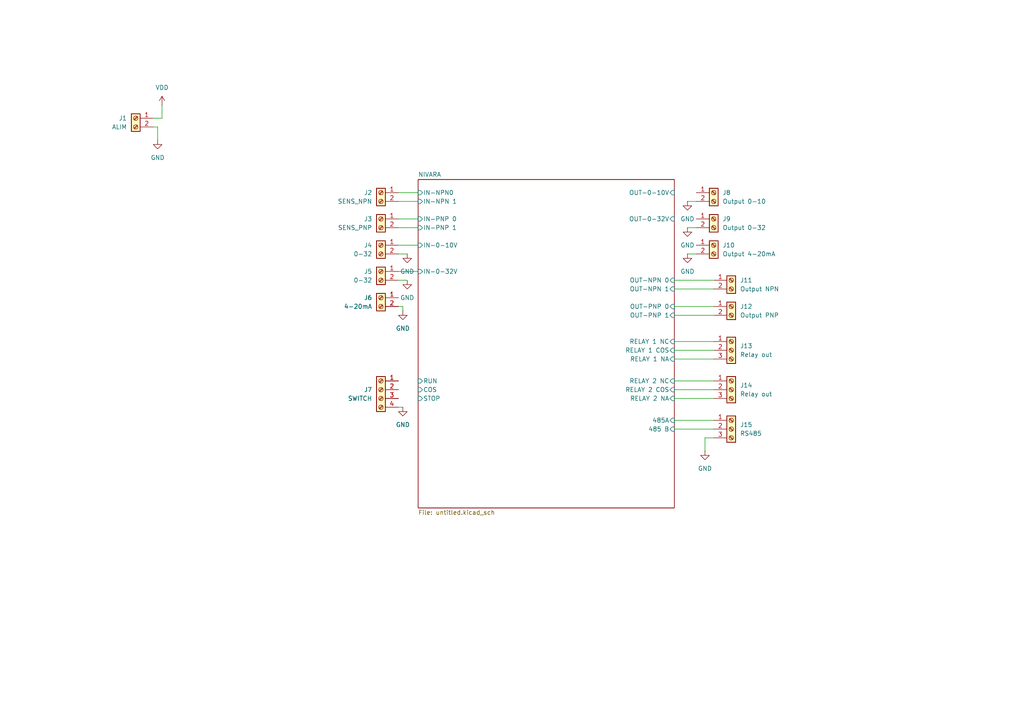
<source format=kicad_sch>
(kicad_sch
	(version 20250114)
	(generator "eeschema")
	(generator_version "9.0")
	(uuid "3316800a-fcca-41ca-9023-20b291ea5b86")
	(paper "A4")
	(lib_symbols
		(symbol "Connector:Screw_Terminal_01x02"
			(pin_names
				(offset 1.016)
				(hide yes)
			)
			(exclude_from_sim no)
			(in_bom yes)
			(on_board yes)
			(property "Reference" "J"
				(at 0 2.54 0)
				(effects
					(font
						(size 1.27 1.27)
					)
				)
			)
			(property "Value" "Screw_Terminal_01x02"
				(at 0 -5.08 0)
				(effects
					(font
						(size 1.27 1.27)
					)
				)
			)
			(property "Footprint" ""
				(at 0 0 0)
				(effects
					(font
						(size 1.27 1.27)
					)
					(hide yes)
				)
			)
			(property "Datasheet" "~"
				(at 0 0 0)
				(effects
					(font
						(size 1.27 1.27)
					)
					(hide yes)
				)
			)
			(property "Description" "Generic screw terminal, single row, 01x02, script generated (kicad-library-utils/schlib/autogen/connector/)"
				(at 0 0 0)
				(effects
					(font
						(size 1.27 1.27)
					)
					(hide yes)
				)
			)
			(property "ki_keywords" "screw terminal"
				(at 0 0 0)
				(effects
					(font
						(size 1.27 1.27)
					)
					(hide yes)
				)
			)
			(property "ki_fp_filters" "TerminalBlock*:*"
				(at 0 0 0)
				(effects
					(font
						(size 1.27 1.27)
					)
					(hide yes)
				)
			)
			(symbol "Screw_Terminal_01x02_1_1"
				(rectangle
					(start -1.27 1.27)
					(end 1.27 -3.81)
					(stroke
						(width 0.254)
						(type default)
					)
					(fill
						(type background)
					)
				)
				(polyline
					(pts
						(xy -0.5334 0.3302) (xy 0.3302 -0.508)
					)
					(stroke
						(width 0.1524)
						(type default)
					)
					(fill
						(type none)
					)
				)
				(polyline
					(pts
						(xy -0.5334 -2.2098) (xy 0.3302 -3.048)
					)
					(stroke
						(width 0.1524)
						(type default)
					)
					(fill
						(type none)
					)
				)
				(polyline
					(pts
						(xy -0.3556 0.508) (xy 0.508 -0.3302)
					)
					(stroke
						(width 0.1524)
						(type default)
					)
					(fill
						(type none)
					)
				)
				(polyline
					(pts
						(xy -0.3556 -2.032) (xy 0.508 -2.8702)
					)
					(stroke
						(width 0.1524)
						(type default)
					)
					(fill
						(type none)
					)
				)
				(circle
					(center 0 0)
					(radius 0.635)
					(stroke
						(width 0.1524)
						(type default)
					)
					(fill
						(type none)
					)
				)
				(circle
					(center 0 -2.54)
					(radius 0.635)
					(stroke
						(width 0.1524)
						(type default)
					)
					(fill
						(type none)
					)
				)
				(pin passive line
					(at -5.08 0 0)
					(length 3.81)
					(name "Pin_1"
						(effects
							(font
								(size 1.27 1.27)
							)
						)
					)
					(number "1"
						(effects
							(font
								(size 1.27 1.27)
							)
						)
					)
				)
				(pin passive line
					(at -5.08 -2.54 0)
					(length 3.81)
					(name "Pin_2"
						(effects
							(font
								(size 1.27 1.27)
							)
						)
					)
					(number "2"
						(effects
							(font
								(size 1.27 1.27)
							)
						)
					)
				)
			)
			(embedded_fonts no)
		)
		(symbol "Connector:Screw_Terminal_01x03"
			(pin_names
				(offset 1.016)
				(hide yes)
			)
			(exclude_from_sim no)
			(in_bom yes)
			(on_board yes)
			(property "Reference" "J"
				(at 0 5.08 0)
				(effects
					(font
						(size 1.27 1.27)
					)
				)
			)
			(property "Value" "Screw_Terminal_01x03"
				(at 0 -5.08 0)
				(effects
					(font
						(size 1.27 1.27)
					)
				)
			)
			(property "Footprint" ""
				(at 0 0 0)
				(effects
					(font
						(size 1.27 1.27)
					)
					(hide yes)
				)
			)
			(property "Datasheet" "~"
				(at 0 0 0)
				(effects
					(font
						(size 1.27 1.27)
					)
					(hide yes)
				)
			)
			(property "Description" "Generic screw terminal, single row, 01x03, script generated (kicad-library-utils/schlib/autogen/connector/)"
				(at 0 0 0)
				(effects
					(font
						(size 1.27 1.27)
					)
					(hide yes)
				)
			)
			(property "ki_keywords" "screw terminal"
				(at 0 0 0)
				(effects
					(font
						(size 1.27 1.27)
					)
					(hide yes)
				)
			)
			(property "ki_fp_filters" "TerminalBlock*:*"
				(at 0 0 0)
				(effects
					(font
						(size 1.27 1.27)
					)
					(hide yes)
				)
			)
			(symbol "Screw_Terminal_01x03_1_1"
				(rectangle
					(start -1.27 3.81)
					(end 1.27 -3.81)
					(stroke
						(width 0.254)
						(type default)
					)
					(fill
						(type background)
					)
				)
				(polyline
					(pts
						(xy -0.5334 2.8702) (xy 0.3302 2.032)
					)
					(stroke
						(width 0.1524)
						(type default)
					)
					(fill
						(type none)
					)
				)
				(polyline
					(pts
						(xy -0.5334 0.3302) (xy 0.3302 -0.508)
					)
					(stroke
						(width 0.1524)
						(type default)
					)
					(fill
						(type none)
					)
				)
				(polyline
					(pts
						(xy -0.5334 -2.2098) (xy 0.3302 -3.048)
					)
					(stroke
						(width 0.1524)
						(type default)
					)
					(fill
						(type none)
					)
				)
				(polyline
					(pts
						(xy -0.3556 3.048) (xy 0.508 2.2098)
					)
					(stroke
						(width 0.1524)
						(type default)
					)
					(fill
						(type none)
					)
				)
				(polyline
					(pts
						(xy -0.3556 0.508) (xy 0.508 -0.3302)
					)
					(stroke
						(width 0.1524)
						(type default)
					)
					(fill
						(type none)
					)
				)
				(polyline
					(pts
						(xy -0.3556 -2.032) (xy 0.508 -2.8702)
					)
					(stroke
						(width 0.1524)
						(type default)
					)
					(fill
						(type none)
					)
				)
				(circle
					(center 0 2.54)
					(radius 0.635)
					(stroke
						(width 0.1524)
						(type default)
					)
					(fill
						(type none)
					)
				)
				(circle
					(center 0 0)
					(radius 0.635)
					(stroke
						(width 0.1524)
						(type default)
					)
					(fill
						(type none)
					)
				)
				(circle
					(center 0 -2.54)
					(radius 0.635)
					(stroke
						(width 0.1524)
						(type default)
					)
					(fill
						(type none)
					)
				)
				(pin passive line
					(at -5.08 2.54 0)
					(length 3.81)
					(name "Pin_1"
						(effects
							(font
								(size 1.27 1.27)
							)
						)
					)
					(number "1"
						(effects
							(font
								(size 1.27 1.27)
							)
						)
					)
				)
				(pin passive line
					(at -5.08 0 0)
					(length 3.81)
					(name "Pin_2"
						(effects
							(font
								(size 1.27 1.27)
							)
						)
					)
					(number "2"
						(effects
							(font
								(size 1.27 1.27)
							)
						)
					)
				)
				(pin passive line
					(at -5.08 -2.54 0)
					(length 3.81)
					(name "Pin_3"
						(effects
							(font
								(size 1.27 1.27)
							)
						)
					)
					(number "3"
						(effects
							(font
								(size 1.27 1.27)
							)
						)
					)
				)
			)
			(embedded_fonts no)
		)
		(symbol "Connector:Screw_Terminal_01x04"
			(pin_names
				(offset 1.016)
				(hide yes)
			)
			(exclude_from_sim no)
			(in_bom yes)
			(on_board yes)
			(property "Reference" "J"
				(at 0 5.08 0)
				(effects
					(font
						(size 1.27 1.27)
					)
				)
			)
			(property "Value" "Screw_Terminal_01x04"
				(at 0 -7.62 0)
				(effects
					(font
						(size 1.27 1.27)
					)
				)
			)
			(property "Footprint" ""
				(at 0 0 0)
				(effects
					(font
						(size 1.27 1.27)
					)
					(hide yes)
				)
			)
			(property "Datasheet" "~"
				(at 0 0 0)
				(effects
					(font
						(size 1.27 1.27)
					)
					(hide yes)
				)
			)
			(property "Description" "Generic screw terminal, single row, 01x04, script generated (kicad-library-utils/schlib/autogen/connector/)"
				(at 0 0 0)
				(effects
					(font
						(size 1.27 1.27)
					)
					(hide yes)
				)
			)
			(property "ki_keywords" "screw terminal"
				(at 0 0 0)
				(effects
					(font
						(size 1.27 1.27)
					)
					(hide yes)
				)
			)
			(property "ki_fp_filters" "TerminalBlock*:*"
				(at 0 0 0)
				(effects
					(font
						(size 1.27 1.27)
					)
					(hide yes)
				)
			)
			(symbol "Screw_Terminal_01x04_1_1"
				(rectangle
					(start -1.27 3.81)
					(end 1.27 -6.35)
					(stroke
						(width 0.254)
						(type default)
					)
					(fill
						(type background)
					)
				)
				(polyline
					(pts
						(xy -0.5334 2.8702) (xy 0.3302 2.032)
					)
					(stroke
						(width 0.1524)
						(type default)
					)
					(fill
						(type none)
					)
				)
				(polyline
					(pts
						(xy -0.5334 0.3302) (xy 0.3302 -0.508)
					)
					(stroke
						(width 0.1524)
						(type default)
					)
					(fill
						(type none)
					)
				)
				(polyline
					(pts
						(xy -0.5334 -2.2098) (xy 0.3302 -3.048)
					)
					(stroke
						(width 0.1524)
						(type default)
					)
					(fill
						(type none)
					)
				)
				(polyline
					(pts
						(xy -0.5334 -4.7498) (xy 0.3302 -5.588)
					)
					(stroke
						(width 0.1524)
						(type default)
					)
					(fill
						(type none)
					)
				)
				(polyline
					(pts
						(xy -0.3556 3.048) (xy 0.508 2.2098)
					)
					(stroke
						(width 0.1524)
						(type default)
					)
					(fill
						(type none)
					)
				)
				(polyline
					(pts
						(xy -0.3556 0.508) (xy 0.508 -0.3302)
					)
					(stroke
						(width 0.1524)
						(type default)
					)
					(fill
						(type none)
					)
				)
				(polyline
					(pts
						(xy -0.3556 -2.032) (xy 0.508 -2.8702)
					)
					(stroke
						(width 0.1524)
						(type default)
					)
					(fill
						(type none)
					)
				)
				(polyline
					(pts
						(xy -0.3556 -4.572) (xy 0.508 -5.4102)
					)
					(stroke
						(width 0.1524)
						(type default)
					)
					(fill
						(type none)
					)
				)
				(circle
					(center 0 2.54)
					(radius 0.635)
					(stroke
						(width 0.1524)
						(type default)
					)
					(fill
						(type none)
					)
				)
				(circle
					(center 0 0)
					(radius 0.635)
					(stroke
						(width 0.1524)
						(type default)
					)
					(fill
						(type none)
					)
				)
				(circle
					(center 0 -2.54)
					(radius 0.635)
					(stroke
						(width 0.1524)
						(type default)
					)
					(fill
						(type none)
					)
				)
				(circle
					(center 0 -5.08)
					(radius 0.635)
					(stroke
						(width 0.1524)
						(type default)
					)
					(fill
						(type none)
					)
				)
				(pin passive line
					(at -5.08 2.54 0)
					(length 3.81)
					(name "Pin_1"
						(effects
							(font
								(size 1.27 1.27)
							)
						)
					)
					(number "1"
						(effects
							(font
								(size 1.27 1.27)
							)
						)
					)
				)
				(pin passive line
					(at -5.08 0 0)
					(length 3.81)
					(name "Pin_2"
						(effects
							(font
								(size 1.27 1.27)
							)
						)
					)
					(number "2"
						(effects
							(font
								(size 1.27 1.27)
							)
						)
					)
				)
				(pin passive line
					(at -5.08 -2.54 0)
					(length 3.81)
					(name "Pin_3"
						(effects
							(font
								(size 1.27 1.27)
							)
						)
					)
					(number "3"
						(effects
							(font
								(size 1.27 1.27)
							)
						)
					)
				)
				(pin passive line
					(at -5.08 -5.08 0)
					(length 3.81)
					(name "Pin_4"
						(effects
							(font
								(size 1.27 1.27)
							)
						)
					)
					(number "4"
						(effects
							(font
								(size 1.27 1.27)
							)
						)
					)
				)
			)
			(embedded_fonts no)
		)
		(symbol "power:GND"
			(power)
			(pin_numbers
				(hide yes)
			)
			(pin_names
				(offset 0)
				(hide yes)
			)
			(exclude_from_sim no)
			(in_bom yes)
			(on_board yes)
			(property "Reference" "#PWR"
				(at 0 -6.35 0)
				(effects
					(font
						(size 1.27 1.27)
					)
					(hide yes)
				)
			)
			(property "Value" "GND"
				(at 0 -3.81 0)
				(effects
					(font
						(size 1.27 1.27)
					)
				)
			)
			(property "Footprint" ""
				(at 0 0 0)
				(effects
					(font
						(size 1.27 1.27)
					)
					(hide yes)
				)
			)
			(property "Datasheet" ""
				(at 0 0 0)
				(effects
					(font
						(size 1.27 1.27)
					)
					(hide yes)
				)
			)
			(property "Description" "Power symbol creates a global label with name \"GND\" , ground"
				(at 0 0 0)
				(effects
					(font
						(size 1.27 1.27)
					)
					(hide yes)
				)
			)
			(property "ki_keywords" "global power"
				(at 0 0 0)
				(effects
					(font
						(size 1.27 1.27)
					)
					(hide yes)
				)
			)
			(symbol "GND_0_1"
				(polyline
					(pts
						(xy 0 0) (xy 0 -1.27) (xy 1.27 -1.27) (xy 0 -2.54) (xy -1.27 -1.27) (xy 0 -1.27)
					)
					(stroke
						(width 0)
						(type default)
					)
					(fill
						(type none)
					)
				)
			)
			(symbol "GND_1_1"
				(pin power_in line
					(at 0 0 270)
					(length 0)
					(name "~"
						(effects
							(font
								(size 1.27 1.27)
							)
						)
					)
					(number "1"
						(effects
							(font
								(size 1.27 1.27)
							)
						)
					)
				)
			)
			(embedded_fonts no)
		)
		(symbol "power:VDD"
			(power)
			(pin_numbers
				(hide yes)
			)
			(pin_names
				(offset 0)
				(hide yes)
			)
			(exclude_from_sim no)
			(in_bom yes)
			(on_board yes)
			(property "Reference" "#PWR"
				(at 0 -3.81 0)
				(effects
					(font
						(size 1.27 1.27)
					)
					(hide yes)
				)
			)
			(property "Value" "VDD"
				(at 0 3.556 0)
				(effects
					(font
						(size 1.27 1.27)
					)
				)
			)
			(property "Footprint" ""
				(at 0 0 0)
				(effects
					(font
						(size 1.27 1.27)
					)
					(hide yes)
				)
			)
			(property "Datasheet" ""
				(at 0 0 0)
				(effects
					(font
						(size 1.27 1.27)
					)
					(hide yes)
				)
			)
			(property "Description" "Power symbol creates a global label with name \"VDD\""
				(at 0 0 0)
				(effects
					(font
						(size 1.27 1.27)
					)
					(hide yes)
				)
			)
			(property "ki_keywords" "global power"
				(at 0 0 0)
				(effects
					(font
						(size 1.27 1.27)
					)
					(hide yes)
				)
			)
			(symbol "VDD_0_1"
				(polyline
					(pts
						(xy -0.762 1.27) (xy 0 2.54)
					)
					(stroke
						(width 0)
						(type default)
					)
					(fill
						(type none)
					)
				)
				(polyline
					(pts
						(xy 0 2.54) (xy 0.762 1.27)
					)
					(stroke
						(width 0)
						(type default)
					)
					(fill
						(type none)
					)
				)
				(polyline
					(pts
						(xy 0 0) (xy 0 2.54)
					)
					(stroke
						(width 0)
						(type default)
					)
					(fill
						(type none)
					)
				)
			)
			(symbol "VDD_1_1"
				(pin power_in line
					(at 0 0 90)
					(length 0)
					(name "~"
						(effects
							(font
								(size 1.27 1.27)
							)
						)
					)
					(number "1"
						(effects
							(font
								(size 1.27 1.27)
							)
						)
					)
				)
			)
			(embedded_fonts no)
		)
	)
	(wire
		(pts
			(xy 204.47 130.81) (xy 204.47 127)
		)
		(stroke
			(width 0)
			(type default)
		)
		(uuid "10565f26-ec06-47a2-ba3e-676abd10c956")
	)
	(wire
		(pts
			(xy 115.57 66.04) (xy 121.285 66.04)
		)
		(stroke
			(width 0)
			(type default)
		)
		(uuid "14ddd3b4-055c-4765-82e7-946377a14a3c")
	)
	(wire
		(pts
			(xy 195.58 101.6) (xy 207.01 101.6)
		)
		(stroke
			(width 0)
			(type default)
		)
		(uuid "1c2f1aa4-2456-41ea-b352-d928265658e3")
	)
	(wire
		(pts
			(xy 44.45 34.29) (xy 46.99 34.29)
		)
		(stroke
			(width 0)
			(type default)
		)
		(uuid "29d2d2ef-47b6-4d2f-9551-0f7c4a4408ba")
	)
	(wire
		(pts
			(xy 195.58 91.44) (xy 207.01 91.44)
		)
		(stroke
			(width 0)
			(type default)
		)
		(uuid "2abb6050-532b-4a69-9215-c6fbe3428613")
	)
	(wire
		(pts
			(xy 115.57 73.66) (xy 118.11 73.66)
		)
		(stroke
			(width 0)
			(type default)
		)
		(uuid "3456fa48-90d4-4618-b0b6-f142ecec1093")
	)
	(wire
		(pts
			(xy 199.39 66.04) (xy 201.93 66.04)
		)
		(stroke
			(width 0)
			(type default)
		)
		(uuid "4df28d28-009d-40b4-8ed7-e1aad20c6e01")
	)
	(wire
		(pts
			(xy 204.47 127) (xy 207.01 127)
		)
		(stroke
			(width 0)
			(type default)
		)
		(uuid "564da885-a3ce-469d-b714-d0d7fb1847a1")
	)
	(wire
		(pts
			(xy 116.84 90.17) (xy 116.84 88.9)
		)
		(stroke
			(width 0)
			(type default)
		)
		(uuid "61388026-c2a8-44d9-a461-a25d960de14d")
	)
	(wire
		(pts
			(xy 115.57 78.74) (xy 121.285 78.74)
		)
		(stroke
			(width 0)
			(type default)
		)
		(uuid "6bd05910-c222-43da-9f31-04ce933e285b")
	)
	(wire
		(pts
			(xy 44.45 36.83) (xy 45.72 36.83)
		)
		(stroke
			(width 0)
			(type default)
		)
		(uuid "6e10cdaf-ebed-4689-b6e8-aacfc5d54a92")
	)
	(wire
		(pts
			(xy 195.58 124.46) (xy 207.01 124.46)
		)
		(stroke
			(width 0)
			(type default)
		)
		(uuid "72a5d898-68e6-4d67-b13f-d46e12d693a4")
	)
	(wire
		(pts
			(xy 115.57 63.5) (xy 121.285 63.5)
		)
		(stroke
			(width 0)
			(type default)
		)
		(uuid "73920cf3-f08a-4831-9a2d-ddbed3c32c63")
	)
	(wire
		(pts
			(xy 195.58 81.28) (xy 207.01 81.28)
		)
		(stroke
			(width 0)
			(type default)
		)
		(uuid "7eea99d6-7448-4f12-8238-b4159e318fef")
	)
	(wire
		(pts
			(xy 115.57 118.11) (xy 116.84 118.11)
		)
		(stroke
			(width 0)
			(type default)
		)
		(uuid "7f6bf620-83cd-45b7-9ac6-4296281c9ed0")
	)
	(wire
		(pts
			(xy 45.72 36.83) (xy 45.72 40.64)
		)
		(stroke
			(width 0)
			(type default)
		)
		(uuid "82e66ba1-23a7-4737-a134-10ee5f798f35")
	)
	(wire
		(pts
			(xy 46.99 34.29) (xy 46.99 30.48)
		)
		(stroke
			(width 0)
			(type default)
		)
		(uuid "8946ccef-6c93-403f-a72c-cac00a0c8791")
	)
	(wire
		(pts
			(xy 195.58 99.06) (xy 207.01 99.06)
		)
		(stroke
			(width 0)
			(type default)
		)
		(uuid "9562d700-49a8-43b9-b754-b7e14ada8665")
	)
	(wire
		(pts
			(xy 115.57 81.28) (xy 118.11 81.28)
		)
		(stroke
			(width 0)
			(type default)
		)
		(uuid "9ecd7bb3-a2ed-4ad8-96ac-99892cacbafe")
	)
	(wire
		(pts
			(xy 195.58 113.03) (xy 207.01 113.03)
		)
		(stroke
			(width 0)
			(type default)
		)
		(uuid "afb9bb38-f531-46ec-843c-f6d9f66a954a")
	)
	(wire
		(pts
			(xy 195.58 121.92) (xy 207.01 121.92)
		)
		(stroke
			(width 0)
			(type default)
		)
		(uuid "b81cafa5-78f9-4563-ada7-c31592cc4461")
	)
	(wire
		(pts
			(xy 195.58 110.49) (xy 207.01 110.49)
		)
		(stroke
			(width 0)
			(type default)
		)
		(uuid "b9e88b0a-6966-40ee-9f17-1daa10e59684")
	)
	(wire
		(pts
			(xy 199.39 58.42) (xy 201.93 58.42)
		)
		(stroke
			(width 0)
			(type default)
		)
		(uuid "c16dbcc1-8e0b-44d7-bda0-ab806da55b28")
	)
	(wire
		(pts
			(xy 115.57 58.42) (xy 121.285 58.42)
		)
		(stroke
			(width 0)
			(type default)
		)
		(uuid "d89bcb0c-f306-4bb4-b16b-3f5e3c0b4ace")
	)
	(wire
		(pts
			(xy 195.58 88.9) (xy 207.01 88.9)
		)
		(stroke
			(width 0)
			(type default)
		)
		(uuid "de851a31-5cc3-4361-ac8f-6b664f6b7677")
	)
	(wire
		(pts
			(xy 115.57 55.88) (xy 121.285 55.88)
		)
		(stroke
			(width 0)
			(type default)
		)
		(uuid "df1e10df-a2d3-48c0-b40d-97f580e8269a")
	)
	(wire
		(pts
			(xy 195.58 83.82) (xy 207.01 83.82)
		)
		(stroke
			(width 0)
			(type default)
		)
		(uuid "e3287f33-c0bb-4577-b71e-94a296999e23")
	)
	(wire
		(pts
			(xy 195.58 104.14) (xy 207.01 104.14)
		)
		(stroke
			(width 0)
			(type default)
		)
		(uuid "ea5072db-42f7-45a3-a223-dff302caa5c8")
	)
	(wire
		(pts
			(xy 199.39 73.66) (xy 201.93 73.66)
		)
		(stroke
			(width 0)
			(type default)
		)
		(uuid "ebed3c88-f9c7-4a67-9353-bda689fbca13")
	)
	(wire
		(pts
			(xy 116.84 88.9) (xy 115.57 88.9)
		)
		(stroke
			(width 0)
			(type default)
		)
		(uuid "ee0f439c-3d81-40b5-98be-d7628fadb88f")
	)
	(wire
		(pts
			(xy 115.57 71.12) (xy 121.285 71.12)
		)
		(stroke
			(width 0)
			(type default)
		)
		(uuid "f6f1a006-8d2a-435e-b15f-406647fb92e6")
	)
	(wire
		(pts
			(xy 195.58 115.57) (xy 207.01 115.57)
		)
		(stroke
			(width 0)
			(type default)
		)
		(uuid "fc6e7868-b77c-416d-b3ea-789df13bbf20")
	)
	(symbol
		(lib_id "Connector:Screw_Terminal_01x02")
		(at 110.49 86.36 0)
		(mirror y)
		(unit 1)
		(exclude_from_sim no)
		(in_bom yes)
		(on_board yes)
		(dnp no)
		(uuid "03c8a777-1b17-4f70-86d5-2c723fa8d017")
		(property "Reference" "J6"
			(at 107.95 86.3599 0)
			(effects
				(font
					(size 1.27 1.27)
				)
				(justify left)
			)
		)
		(property "Value" "4-20mA"
			(at 107.95 88.8999 0)
			(effects
				(font
					(size 1.27 1.27)
				)
				(justify left)
			)
		)
		(property "Footprint" ""
			(at 110.49 86.36 0)
			(effects
				(font
					(size 1.27 1.27)
				)
				(hide yes)
			)
		)
		(property "Datasheet" "~"
			(at 110.49 86.36 0)
			(effects
				(font
					(size 1.27 1.27)
				)
				(hide yes)
			)
		)
		(property "Description" "Generic screw terminal, single row, 01x02, script generated (kicad-library-utils/schlib/autogen/connector/)"
			(at 110.49 86.36 0)
			(effects
				(font
					(size 1.27 1.27)
				)
				(hide yes)
			)
		)
		(pin "1"
			(uuid "cc5d14c4-e563-4e38-9da1-d3a8d3118688")
		)
		(pin "2"
			(uuid "206e5ce0-f9cc-4d9b-906e-df28a650b3c1")
		)
		(instances
			(project "NIVARA"
				(path "/3316800a-fcca-41ca-9023-20b291ea5b86"
					(reference "J6")
					(unit 1)
				)
			)
		)
	)
	(symbol
		(lib_id "Connector:Screw_Terminal_01x02")
		(at 110.49 78.74 0)
		(mirror y)
		(unit 1)
		(exclude_from_sim no)
		(in_bom yes)
		(on_board yes)
		(dnp no)
		(uuid "0f65d4d4-6be3-42e7-b407-bf92ba109990")
		(property "Reference" "J5"
			(at 107.95 78.7399 0)
			(effects
				(font
					(size 1.27 1.27)
				)
				(justify left)
			)
		)
		(property "Value" "0-32"
			(at 107.95 81.2799 0)
			(effects
				(font
					(size 1.27 1.27)
				)
				(justify left)
			)
		)
		(property "Footprint" ""
			(at 110.49 78.74 0)
			(effects
				(font
					(size 1.27 1.27)
				)
				(hide yes)
			)
		)
		(property "Datasheet" "~"
			(at 110.49 78.74 0)
			(effects
				(font
					(size 1.27 1.27)
				)
				(hide yes)
			)
		)
		(property "Description" "Generic screw terminal, single row, 01x02, script generated (kicad-library-utils/schlib/autogen/connector/)"
			(at 110.49 78.74 0)
			(effects
				(font
					(size 1.27 1.27)
				)
				(hide yes)
			)
		)
		(pin "1"
			(uuid "1e02de47-9415-4a7a-aaed-bbd626cffd88")
		)
		(pin "2"
			(uuid "9c36f013-b5b5-4d94-9652-116358156a82")
		)
		(instances
			(project "NIVARA"
				(path "/3316800a-fcca-41ca-9023-20b291ea5b86"
					(reference "J5")
					(unit 1)
				)
			)
		)
	)
	(symbol
		(lib_id "power:GND")
		(at 116.84 118.11 0)
		(unit 1)
		(exclude_from_sim no)
		(in_bom yes)
		(on_board yes)
		(dnp no)
		(fields_autoplaced yes)
		(uuid "28f2e6f3-30ed-4e7d-8c70-d4f59989079f")
		(property "Reference" "#PWR028"
			(at 116.84 124.46 0)
			(effects
				(font
					(size 1.27 1.27)
				)
				(hide yes)
			)
		)
		(property "Value" "GND"
			(at 116.84 123.19 0)
			(effects
				(font
					(size 1.27 1.27)
				)
			)
		)
		(property "Footprint" ""
			(at 116.84 118.11 0)
			(effects
				(font
					(size 1.27 1.27)
				)
				(hide yes)
			)
		)
		(property "Datasheet" ""
			(at 116.84 118.11 0)
			(effects
				(font
					(size 1.27 1.27)
				)
				(hide yes)
			)
		)
		(property "Description" "Power symbol creates a global label with name \"GND\" , ground"
			(at 116.84 118.11 0)
			(effects
				(font
					(size 1.27 1.27)
				)
				(hide yes)
			)
		)
		(pin "1"
			(uuid "553abc41-e8bb-453d-aaae-7ccabdb4b544")
		)
		(instances
			(project "NIVARA"
				(path "/3316800a-fcca-41ca-9023-20b291ea5b86"
					(reference "#PWR028")
					(unit 1)
				)
			)
		)
	)
	(symbol
		(lib_id "Connector:Screw_Terminal_01x03")
		(at 212.09 101.6 0)
		(unit 1)
		(exclude_from_sim no)
		(in_bom yes)
		(on_board yes)
		(dnp no)
		(fields_autoplaced yes)
		(uuid "2b0bf658-5786-4c9f-a57f-66bab6dee4d6")
		(property "Reference" "J13"
			(at 214.63 100.3299 0)
			(effects
				(font
					(size 1.27 1.27)
				)
				(justify left)
			)
		)
		(property "Value" "Relay out"
			(at 214.63 102.8699 0)
			(effects
				(font
					(size 1.27 1.27)
				)
				(justify left)
			)
		)
		(property "Footprint" ""
			(at 212.09 101.6 0)
			(effects
				(font
					(size 1.27 1.27)
				)
				(hide yes)
			)
		)
		(property "Datasheet" "~"
			(at 212.09 101.6 0)
			(effects
				(font
					(size 1.27 1.27)
				)
				(hide yes)
			)
		)
		(property "Description" "Generic screw terminal, single row, 01x03, script generated (kicad-library-utils/schlib/autogen/connector/)"
			(at 212.09 101.6 0)
			(effects
				(font
					(size 1.27 1.27)
				)
				(hide yes)
			)
		)
		(pin "1"
			(uuid "bcc65928-eaad-4954-94d8-3e835eb9e705")
		)
		(pin "2"
			(uuid "a2d637d5-51f0-4130-a3c7-544cdb9382a8")
		)
		(pin "3"
			(uuid "fa25a680-d3a6-4a5f-8827-f513902a0e42")
		)
		(instances
			(project ""
				(path "/3316800a-fcca-41ca-9023-20b291ea5b86"
					(reference "J13")
					(unit 1)
				)
			)
		)
	)
	(symbol
		(lib_id "Connector:Screw_Terminal_01x03")
		(at 212.09 124.46 0)
		(unit 1)
		(exclude_from_sim no)
		(in_bom yes)
		(on_board yes)
		(dnp no)
		(fields_autoplaced yes)
		(uuid "31c8d5b0-01f3-45f7-939b-f1185e9d3ed7")
		(property "Reference" "J15"
			(at 214.63 123.1899 0)
			(effects
				(font
					(size 1.27 1.27)
				)
				(justify left)
			)
		)
		(property "Value" "RS485"
			(at 214.63 125.7299 0)
			(effects
				(font
					(size 1.27 1.27)
				)
				(justify left)
			)
		)
		(property "Footprint" ""
			(at 212.09 124.46 0)
			(effects
				(font
					(size 1.27 1.27)
				)
				(hide yes)
			)
		)
		(property "Datasheet" "~"
			(at 212.09 124.46 0)
			(effects
				(font
					(size 1.27 1.27)
				)
				(hide yes)
			)
		)
		(property "Description" "Generic screw terminal, single row, 01x03, script generated (kicad-library-utils/schlib/autogen/connector/)"
			(at 212.09 124.46 0)
			(effects
				(font
					(size 1.27 1.27)
				)
				(hide yes)
			)
		)
		(pin "1"
			(uuid "c9d24714-96a5-4253-b3f7-3d92158e92ec")
		)
		(pin "2"
			(uuid "b87abc39-2178-4eb8-ab69-c6c825bfac3f")
		)
		(pin "3"
			(uuid "91a8b591-4f4e-4f26-b893-c0fc5b1d363d")
		)
		(instances
			(project "NIVARA"
				(path "/3316800a-fcca-41ca-9023-20b291ea5b86"
					(reference "J15")
					(unit 1)
				)
			)
		)
	)
	(symbol
		(lib_id "power:GND")
		(at 199.39 66.04 0)
		(unit 1)
		(exclude_from_sim no)
		(in_bom yes)
		(on_board yes)
		(dnp no)
		(fields_autoplaced yes)
		(uuid "65344d04-ae21-49cb-85eb-225280719eb4")
		(property "Reference" "#PWR05"
			(at 199.39 72.39 0)
			(effects
				(font
					(size 1.27 1.27)
				)
				(hide yes)
			)
		)
		(property "Value" "GND"
			(at 199.39 71.12 0)
			(effects
				(font
					(size 1.27 1.27)
				)
			)
		)
		(property "Footprint" ""
			(at 199.39 66.04 0)
			(effects
				(font
					(size 1.27 1.27)
				)
				(hide yes)
			)
		)
		(property "Datasheet" ""
			(at 199.39 66.04 0)
			(effects
				(font
					(size 1.27 1.27)
				)
				(hide yes)
			)
		)
		(property "Description" "Power symbol creates a global label with name \"GND\" , ground"
			(at 199.39 66.04 0)
			(effects
				(font
					(size 1.27 1.27)
				)
				(hide yes)
			)
		)
		(pin "1"
			(uuid "dcd7efd7-0109-4b56-93da-87bac4c086dc")
		)
		(instances
			(project "NIVARA"
				(path "/3316800a-fcca-41ca-9023-20b291ea5b86"
					(reference "#PWR05")
					(unit 1)
				)
			)
		)
	)
	(symbol
		(lib_id "power:VDD")
		(at 46.99 30.48 0)
		(unit 1)
		(exclude_from_sim no)
		(in_bom yes)
		(on_board yes)
		(dnp no)
		(fields_autoplaced yes)
		(uuid "68409a63-fe70-4df7-bbae-2a82614aa384")
		(property "Reference" "#PWR02"
			(at 46.99 34.29 0)
			(effects
				(font
					(size 1.27 1.27)
				)
				(hide yes)
			)
		)
		(property "Value" "VDD"
			(at 46.99 25.4 0)
			(effects
				(font
					(size 1.27 1.27)
				)
			)
		)
		(property "Footprint" ""
			(at 46.99 30.48 0)
			(effects
				(font
					(size 1.27 1.27)
				)
				(hide yes)
			)
		)
		(property "Datasheet" ""
			(at 46.99 30.48 0)
			(effects
				(font
					(size 1.27 1.27)
				)
				(hide yes)
			)
		)
		(property "Description" "Power symbol creates a global label with name \"VDD\""
			(at 46.99 30.48 0)
			(effects
				(font
					(size 1.27 1.27)
				)
				(hide yes)
			)
		)
		(pin "1"
			(uuid "25d3ccac-e413-4777-8849-fb66f19f1e06")
		)
		(instances
			(project ""
				(path "/3316800a-fcca-41ca-9023-20b291ea5b86"
					(reference "#PWR02")
					(unit 1)
				)
			)
		)
	)
	(symbol
		(lib_id "Connector:Screw_Terminal_01x02")
		(at 207.01 63.5 0)
		(unit 1)
		(exclude_from_sim no)
		(in_bom yes)
		(on_board yes)
		(dnp no)
		(uuid "68b71b58-9180-46e1-b432-2215283e5dcf")
		(property "Reference" "J9"
			(at 209.55 63.4999 0)
			(effects
				(font
					(size 1.27 1.27)
				)
				(justify left)
			)
		)
		(property "Value" "Output 0-32"
			(at 209.55 66.0399 0)
			(effects
				(font
					(size 1.27 1.27)
				)
				(justify left)
			)
		)
		(property "Footprint" ""
			(at 207.01 63.5 0)
			(effects
				(font
					(size 1.27 1.27)
				)
				(hide yes)
			)
		)
		(property "Datasheet" "~"
			(at 207.01 63.5 0)
			(effects
				(font
					(size 1.27 1.27)
				)
				(hide yes)
			)
		)
		(property "Description" "Generic screw terminal, single row, 01x02, script generated (kicad-library-utils/schlib/autogen/connector/)"
			(at 207.01 63.5 0)
			(effects
				(font
					(size 1.27 1.27)
				)
				(hide yes)
			)
		)
		(pin "1"
			(uuid "a6578238-5424-4f61-b10f-a8fbfd15bb4d")
		)
		(pin "2"
			(uuid "b6951344-4f56-40ca-954b-a8b85fd952f5")
		)
		(instances
			(project "NIVARA"
				(path "/3316800a-fcca-41ca-9023-20b291ea5b86"
					(reference "J9")
					(unit 1)
				)
			)
		)
	)
	(symbol
		(lib_id "Connector:Screw_Terminal_01x02")
		(at 207.01 55.88 0)
		(unit 1)
		(exclude_from_sim no)
		(in_bom yes)
		(on_board yes)
		(dnp no)
		(uuid "6b5f98aa-e698-4ebd-a763-5d8e767a2c3a")
		(property "Reference" "J8"
			(at 209.55 55.8799 0)
			(effects
				(font
					(size 1.27 1.27)
				)
				(justify left)
			)
		)
		(property "Value" "Output 0-10"
			(at 209.55 58.4199 0)
			(effects
				(font
					(size 1.27 1.27)
				)
				(justify left)
			)
		)
		(property "Footprint" ""
			(at 207.01 55.88 0)
			(effects
				(font
					(size 1.27 1.27)
				)
				(hide yes)
			)
		)
		(property "Datasheet" "~"
			(at 207.01 55.88 0)
			(effects
				(font
					(size 1.27 1.27)
				)
				(hide yes)
			)
		)
		(property "Description" "Generic screw terminal, single row, 01x02, script generated (kicad-library-utils/schlib/autogen/connector/)"
			(at 207.01 55.88 0)
			(effects
				(font
					(size 1.27 1.27)
				)
				(hide yes)
			)
		)
		(pin "1"
			(uuid "4d2baf36-c492-4a09-953a-1d8e5b5b4279")
		)
		(pin "2"
			(uuid "5d10a707-2e3e-4a68-8436-16799d1f4f6f")
		)
		(instances
			(project "NIVARA"
				(path "/3316800a-fcca-41ca-9023-20b291ea5b86"
					(reference "J8")
					(unit 1)
				)
			)
		)
	)
	(symbol
		(lib_id "Connector:Screw_Terminal_01x02")
		(at 110.49 63.5 0)
		(mirror y)
		(unit 1)
		(exclude_from_sim no)
		(in_bom yes)
		(on_board yes)
		(dnp no)
		(uuid "70e04d50-489d-44d4-8080-e1759950e542")
		(property "Reference" "J3"
			(at 107.95 63.4999 0)
			(effects
				(font
					(size 1.27 1.27)
				)
				(justify left)
			)
		)
		(property "Value" "SENS_PNP"
			(at 107.95 66.0399 0)
			(effects
				(font
					(size 1.27 1.27)
				)
				(justify left)
			)
		)
		(property "Footprint" ""
			(at 110.49 63.5 0)
			(effects
				(font
					(size 1.27 1.27)
				)
				(hide yes)
			)
		)
		(property "Datasheet" "~"
			(at 110.49 63.5 0)
			(effects
				(font
					(size 1.27 1.27)
				)
				(hide yes)
			)
		)
		(property "Description" "Generic screw terminal, single row, 01x02, script generated (kicad-library-utils/schlib/autogen/connector/)"
			(at 110.49 63.5 0)
			(effects
				(font
					(size 1.27 1.27)
				)
				(hide yes)
			)
		)
		(pin "1"
			(uuid "282842a0-2245-47d8-8073-bebd6e8f35e9")
		)
		(pin "2"
			(uuid "4f64085d-1c2f-4ccf-94f7-8b6756cf33ce")
		)
		(instances
			(project "NIVARA"
				(path "/3316800a-fcca-41ca-9023-20b291ea5b86"
					(reference "J3")
					(unit 1)
				)
			)
		)
	)
	(symbol
		(lib_id "Connector:Screw_Terminal_01x02")
		(at 110.49 55.88 0)
		(mirror y)
		(unit 1)
		(exclude_from_sim no)
		(in_bom yes)
		(on_board yes)
		(dnp no)
		(uuid "826fc47e-6905-4aef-a3fe-4bd8c140b089")
		(property "Reference" "J2"
			(at 107.95 55.8799 0)
			(effects
				(font
					(size 1.27 1.27)
				)
				(justify left)
			)
		)
		(property "Value" "SENS_NPN"
			(at 107.95 58.4199 0)
			(effects
				(font
					(size 1.27 1.27)
				)
				(justify left)
			)
		)
		(property "Footprint" ""
			(at 110.49 55.88 0)
			(effects
				(font
					(size 1.27 1.27)
				)
				(hide yes)
			)
		)
		(property "Datasheet" "~"
			(at 110.49 55.88 0)
			(effects
				(font
					(size 1.27 1.27)
				)
				(hide yes)
			)
		)
		(property "Description" "Generic screw terminal, single row, 01x02, script generated (kicad-library-utils/schlib/autogen/connector/)"
			(at 110.49 55.88 0)
			(effects
				(font
					(size 1.27 1.27)
				)
				(hide yes)
			)
		)
		(pin "1"
			(uuid "60066ddd-3249-42c0-98e8-b47b6a2bcb1b")
		)
		(pin "2"
			(uuid "4b3da0c1-def2-4b91-a00f-5fa960b98043")
		)
		(instances
			(project "NIVARA"
				(path "/3316800a-fcca-41ca-9023-20b291ea5b86"
					(reference "J2")
					(unit 1)
				)
			)
		)
	)
	(symbol
		(lib_id "power:GND")
		(at 118.11 73.66 0)
		(unit 1)
		(exclude_from_sim no)
		(in_bom yes)
		(on_board yes)
		(dnp no)
		(fields_autoplaced yes)
		(uuid "85148903-ab94-478b-ac4e-844f81815ce6")
		(property "Reference" "#PWR031"
			(at 118.11 80.01 0)
			(effects
				(font
					(size 1.27 1.27)
				)
				(hide yes)
			)
		)
		(property "Value" "GND"
			(at 118.11 78.74 0)
			(effects
				(font
					(size 1.27 1.27)
				)
			)
		)
		(property "Footprint" ""
			(at 118.11 73.66 0)
			(effects
				(font
					(size 1.27 1.27)
				)
				(hide yes)
			)
		)
		(property "Datasheet" ""
			(at 118.11 73.66 0)
			(effects
				(font
					(size 1.27 1.27)
				)
				(hide yes)
			)
		)
		(property "Description" "Power symbol creates a global label with name \"GND\" , ground"
			(at 118.11 73.66 0)
			(effects
				(font
					(size 1.27 1.27)
				)
				(hide yes)
			)
		)
		(pin "1"
			(uuid "f43c5736-66b8-4389-b9c4-6df0ab09c3f5")
		)
		(instances
			(project "NIVARA"
				(path "/3316800a-fcca-41ca-9023-20b291ea5b86"
					(reference "#PWR031")
					(unit 1)
				)
			)
		)
	)
	(symbol
		(lib_id "Connector:Screw_Terminal_01x02")
		(at 110.49 71.12 0)
		(mirror y)
		(unit 1)
		(exclude_from_sim no)
		(in_bom yes)
		(on_board yes)
		(dnp no)
		(uuid "8e108c38-db7e-40b4-85ca-9ad0e9239080")
		(property "Reference" "J4"
			(at 107.95 71.1199 0)
			(effects
				(font
					(size 1.27 1.27)
				)
				(justify left)
			)
		)
		(property "Value" "0-32"
			(at 107.95 73.6599 0)
			(effects
				(font
					(size 1.27 1.27)
				)
				(justify left)
			)
		)
		(property "Footprint" ""
			(at 110.49 71.12 0)
			(effects
				(font
					(size 1.27 1.27)
				)
				(hide yes)
			)
		)
		(property "Datasheet" "~"
			(at 110.49 71.12 0)
			(effects
				(font
					(size 1.27 1.27)
				)
				(hide yes)
			)
		)
		(property "Description" "Generic screw terminal, single row, 01x02, script generated (kicad-library-utils/schlib/autogen/connector/)"
			(at 110.49 71.12 0)
			(effects
				(font
					(size 1.27 1.27)
				)
				(hide yes)
			)
		)
		(pin "1"
			(uuid "91f5df82-e09d-49fd-ba48-7d5cb2d2b4f5")
		)
		(pin "2"
			(uuid "6e05dff2-d1b0-4790-ac2e-a1975442ee7b")
		)
		(instances
			(project "NIVARA"
				(path "/3316800a-fcca-41ca-9023-20b291ea5b86"
					(reference "J4")
					(unit 1)
				)
			)
		)
	)
	(symbol
		(lib_id "Connector:Screw_Terminal_01x03")
		(at 212.09 113.03 0)
		(unit 1)
		(exclude_from_sim no)
		(in_bom yes)
		(on_board yes)
		(dnp no)
		(fields_autoplaced yes)
		(uuid "97abb20d-e209-4d23-95db-b3b5b0192db9")
		(property "Reference" "J14"
			(at 214.63 111.7599 0)
			(effects
				(font
					(size 1.27 1.27)
				)
				(justify left)
			)
		)
		(property "Value" "Relay out"
			(at 214.63 114.2999 0)
			(effects
				(font
					(size 1.27 1.27)
				)
				(justify left)
			)
		)
		(property "Footprint" ""
			(at 212.09 113.03 0)
			(effects
				(font
					(size 1.27 1.27)
				)
				(hide yes)
			)
		)
		(property "Datasheet" "~"
			(at 212.09 113.03 0)
			(effects
				(font
					(size 1.27 1.27)
				)
				(hide yes)
			)
		)
		(property "Description" "Generic screw terminal, single row, 01x03, script generated (kicad-library-utils/schlib/autogen/connector/)"
			(at 212.09 113.03 0)
			(effects
				(font
					(size 1.27 1.27)
				)
				(hide yes)
			)
		)
		(pin "1"
			(uuid "954f8f86-4bbd-45ad-91a0-7d2bcfab5ae1")
		)
		(pin "2"
			(uuid "40775a83-2cf1-4b74-822c-5ba932f12044")
		)
		(pin "3"
			(uuid "c3ad626b-50fd-43ed-9f20-03aa4cfd0dae")
		)
		(instances
			(project ""
				(path "/3316800a-fcca-41ca-9023-20b291ea5b86"
					(reference "J14")
					(unit 1)
				)
			)
		)
	)
	(symbol
		(lib_id "power:GND")
		(at 45.72 40.64 0)
		(unit 1)
		(exclude_from_sim no)
		(in_bom yes)
		(on_board yes)
		(dnp no)
		(fields_autoplaced yes)
		(uuid "a4918ac6-8c64-4872-93e7-940f50adddc3")
		(property "Reference" "#PWR01"
			(at 45.72 46.99 0)
			(effects
				(font
					(size 1.27 1.27)
				)
				(hide yes)
			)
		)
		(property "Value" "GND"
			(at 45.72 45.72 0)
			(effects
				(font
					(size 1.27 1.27)
				)
			)
		)
		(property "Footprint" ""
			(at 45.72 40.64 0)
			(effects
				(font
					(size 1.27 1.27)
				)
				(hide yes)
			)
		)
		(property "Datasheet" ""
			(at 45.72 40.64 0)
			(effects
				(font
					(size 1.27 1.27)
				)
				(hide yes)
			)
		)
		(property "Description" "Power symbol creates a global label with name \"GND\" , ground"
			(at 45.72 40.64 0)
			(effects
				(font
					(size 1.27 1.27)
				)
				(hide yes)
			)
		)
		(pin "1"
			(uuid "7cab26bf-f3e6-42db-b88d-048fb0fb2989")
		)
		(instances
			(project ""
				(path "/3316800a-fcca-41ca-9023-20b291ea5b86"
					(reference "#PWR01")
					(unit 1)
				)
			)
		)
	)
	(symbol
		(lib_id "power:GND")
		(at 199.39 58.42 0)
		(unit 1)
		(exclude_from_sim no)
		(in_bom yes)
		(on_board yes)
		(dnp no)
		(fields_autoplaced yes)
		(uuid "b46b4892-cf71-4f90-88db-3a14b99366ba")
		(property "Reference" "#PWR06"
			(at 199.39 64.77 0)
			(effects
				(font
					(size 1.27 1.27)
				)
				(hide yes)
			)
		)
		(property "Value" "GND"
			(at 199.39 63.5 0)
			(effects
				(font
					(size 1.27 1.27)
				)
			)
		)
		(property "Footprint" ""
			(at 199.39 58.42 0)
			(effects
				(font
					(size 1.27 1.27)
				)
				(hide yes)
			)
		)
		(property "Datasheet" ""
			(at 199.39 58.42 0)
			(effects
				(font
					(size 1.27 1.27)
				)
				(hide yes)
			)
		)
		(property "Description" "Power symbol creates a global label with name \"GND\" , ground"
			(at 199.39 58.42 0)
			(effects
				(font
					(size 1.27 1.27)
				)
				(hide yes)
			)
		)
		(pin "1"
			(uuid "d481431e-b5f8-41e1-8b13-f643828a6f30")
		)
		(instances
			(project "NIVARA"
				(path "/3316800a-fcca-41ca-9023-20b291ea5b86"
					(reference "#PWR06")
					(unit 1)
				)
			)
		)
	)
	(symbol
		(lib_id "power:GND")
		(at 204.47 130.81 0)
		(unit 1)
		(exclude_from_sim no)
		(in_bom yes)
		(on_board yes)
		(dnp no)
		(fields_autoplaced yes)
		(uuid "b5371f3d-6ab4-4e3d-a953-5789c6029de5")
		(property "Reference" "#PWR03"
			(at 204.47 137.16 0)
			(effects
				(font
					(size 1.27 1.27)
				)
				(hide yes)
			)
		)
		(property "Value" "GND"
			(at 204.47 135.89 0)
			(effects
				(font
					(size 1.27 1.27)
				)
			)
		)
		(property "Footprint" ""
			(at 204.47 130.81 0)
			(effects
				(font
					(size 1.27 1.27)
				)
				(hide yes)
			)
		)
		(property "Datasheet" ""
			(at 204.47 130.81 0)
			(effects
				(font
					(size 1.27 1.27)
				)
				(hide yes)
			)
		)
		(property "Description" "Power symbol creates a global label with name \"GND\" , ground"
			(at 204.47 130.81 0)
			(effects
				(font
					(size 1.27 1.27)
				)
				(hide yes)
			)
		)
		(pin "1"
			(uuid "f664d770-6eb2-47d1-815f-04ae9d72532b")
		)
		(instances
			(project "NIVARA"
				(path "/3316800a-fcca-41ca-9023-20b291ea5b86"
					(reference "#PWR03")
					(unit 1)
				)
			)
		)
	)
	(symbol
		(lib_id "Connector:Screw_Terminal_01x02")
		(at 207.01 71.12 0)
		(unit 1)
		(exclude_from_sim no)
		(in_bom yes)
		(on_board yes)
		(dnp no)
		(uuid "b6027796-8c11-493c-9d9f-7c80bfb9bc75")
		(property "Reference" "J10"
			(at 209.55 71.1199 0)
			(effects
				(font
					(size 1.27 1.27)
				)
				(justify left)
			)
		)
		(property "Value" "Output 4-20mA"
			(at 209.55 73.6599 0)
			(effects
				(font
					(size 1.27 1.27)
				)
				(justify left)
			)
		)
		(property "Footprint" ""
			(at 207.01 71.12 0)
			(effects
				(font
					(size 1.27 1.27)
				)
				(hide yes)
			)
		)
		(property "Datasheet" "~"
			(at 207.01 71.12 0)
			(effects
				(font
					(size 1.27 1.27)
				)
				(hide yes)
			)
		)
		(property "Description" "Generic screw terminal, single row, 01x02, script generated (kicad-library-utils/schlib/autogen/connector/)"
			(at 207.01 71.12 0)
			(effects
				(font
					(size 1.27 1.27)
				)
				(hide yes)
			)
		)
		(pin "1"
			(uuid "00b8636e-9cfe-40c4-90c5-3c5d389d38f6")
		)
		(pin "2"
			(uuid "b9c2eba8-94d7-4c4f-99b6-81a1738b8d16")
		)
		(instances
			(project "NIVARA"
				(path "/3316800a-fcca-41ca-9023-20b291ea5b86"
					(reference "J10")
					(unit 1)
				)
			)
		)
	)
	(symbol
		(lib_id "power:GND")
		(at 116.84 90.17 0)
		(unit 1)
		(exclude_from_sim no)
		(in_bom yes)
		(on_board yes)
		(dnp no)
		(fields_autoplaced yes)
		(uuid "c7a7c0a6-8cd1-4945-b9ef-afb366a65cfe")
		(property "Reference" "#PWR029"
			(at 116.84 96.52 0)
			(effects
				(font
					(size 1.27 1.27)
				)
				(hide yes)
			)
		)
		(property "Value" "GND"
			(at 116.84 95.25 0)
			(effects
				(font
					(size 1.27 1.27)
				)
			)
		)
		(property "Footprint" ""
			(at 116.84 90.17 0)
			(effects
				(font
					(size 1.27 1.27)
				)
				(hide yes)
			)
		)
		(property "Datasheet" ""
			(at 116.84 90.17 0)
			(effects
				(font
					(size 1.27 1.27)
				)
				(hide yes)
			)
		)
		(property "Description" "Power symbol creates a global label with name \"GND\" , ground"
			(at 116.84 90.17 0)
			(effects
				(font
					(size 1.27 1.27)
				)
				(hide yes)
			)
		)
		(pin "1"
			(uuid "00f733ee-f4b0-4118-a03a-01be6e1beaef")
		)
		(instances
			(project "NIVARA"
				(path "/3316800a-fcca-41ca-9023-20b291ea5b86"
					(reference "#PWR029")
					(unit 1)
				)
			)
		)
	)
	(symbol
		(lib_id "power:GND")
		(at 118.11 81.28 0)
		(unit 1)
		(exclude_from_sim no)
		(in_bom yes)
		(on_board yes)
		(dnp no)
		(fields_autoplaced yes)
		(uuid "cb8f7b67-b517-42fe-a353-1c1bf3ca31ab")
		(property "Reference" "#PWR030"
			(at 118.11 87.63 0)
			(effects
				(font
					(size 1.27 1.27)
				)
				(hide yes)
			)
		)
		(property "Value" "GND"
			(at 118.11 86.36 0)
			(effects
				(font
					(size 1.27 1.27)
				)
			)
		)
		(property "Footprint" ""
			(at 118.11 81.28 0)
			(effects
				(font
					(size 1.27 1.27)
				)
				(hide yes)
			)
		)
		(property "Datasheet" ""
			(at 118.11 81.28 0)
			(effects
				(font
					(size 1.27 1.27)
				)
				(hide yes)
			)
		)
		(property "Description" "Power symbol creates a global label with name \"GND\" , ground"
			(at 118.11 81.28 0)
			(effects
				(font
					(size 1.27 1.27)
				)
				(hide yes)
			)
		)
		(pin "1"
			(uuid "5b753be8-915f-4c7a-b508-2a219d32afa6")
		)
		(instances
			(project "NIVARA"
				(path "/3316800a-fcca-41ca-9023-20b291ea5b86"
					(reference "#PWR030")
					(unit 1)
				)
			)
		)
	)
	(symbol
		(lib_id "Connector:Screw_Terminal_01x02")
		(at 212.09 81.28 0)
		(unit 1)
		(exclude_from_sim no)
		(in_bom yes)
		(on_board yes)
		(dnp no)
		(uuid "d04ec30c-d984-48df-b5bc-42ab1c4f43b7")
		(property "Reference" "J11"
			(at 214.63 81.2799 0)
			(effects
				(font
					(size 1.27 1.27)
				)
				(justify left)
			)
		)
		(property "Value" "Output NPN"
			(at 214.63 83.8199 0)
			(effects
				(font
					(size 1.27 1.27)
				)
				(justify left)
			)
		)
		(property "Footprint" ""
			(at 212.09 81.28 0)
			(effects
				(font
					(size 1.27 1.27)
				)
				(hide yes)
			)
		)
		(property "Datasheet" "~"
			(at 212.09 81.28 0)
			(effects
				(font
					(size 1.27 1.27)
				)
				(hide yes)
			)
		)
		(property "Description" "Generic screw terminal, single row, 01x02, script generated (kicad-library-utils/schlib/autogen/connector/)"
			(at 212.09 81.28 0)
			(effects
				(font
					(size 1.27 1.27)
				)
				(hide yes)
			)
		)
		(pin "1"
			(uuid "b3f6882e-80a2-4867-a7d5-5dcfb8212067")
		)
		(pin "2"
			(uuid "599eea4a-c24f-42fe-9052-537a86c7fb29")
		)
		(instances
			(project "NIVARA"
				(path "/3316800a-fcca-41ca-9023-20b291ea5b86"
					(reference "J11")
					(unit 1)
				)
			)
		)
	)
	(symbol
		(lib_id "Connector:Screw_Terminal_01x02")
		(at 39.37 34.29 0)
		(mirror y)
		(unit 1)
		(exclude_from_sim no)
		(in_bom yes)
		(on_board yes)
		(dnp no)
		(uuid "e7a22b88-c484-4400-99c2-b3360089696a")
		(property "Reference" "J1"
			(at 36.83 34.2899 0)
			(effects
				(font
					(size 1.27 1.27)
				)
				(justify left)
			)
		)
		(property "Value" "ALIM"
			(at 36.83 36.8299 0)
			(effects
				(font
					(size 1.27 1.27)
				)
				(justify left)
			)
		)
		(property "Footprint" ""
			(at 39.37 34.29 0)
			(effects
				(font
					(size 1.27 1.27)
				)
				(hide yes)
			)
		)
		(property "Datasheet" "~"
			(at 39.37 34.29 0)
			(effects
				(font
					(size 1.27 1.27)
				)
				(hide yes)
			)
		)
		(property "Description" "Generic screw terminal, single row, 01x02, script generated (kicad-library-utils/schlib/autogen/connector/)"
			(at 39.37 34.29 0)
			(effects
				(font
					(size 1.27 1.27)
				)
				(hide yes)
			)
		)
		(pin "1"
			(uuid "58fd8c31-28fd-4fb4-bf9a-b4831c881541")
		)
		(pin "2"
			(uuid "996c1938-a96c-4973-94fc-8c70f6ca8bc4")
		)
		(instances
			(project ""
				(path "/3316800a-fcca-41ca-9023-20b291ea5b86"
					(reference "J1")
					(unit 1)
				)
			)
		)
	)
	(symbol
		(lib_id "Connector:Screw_Terminal_01x02")
		(at 212.09 88.9 0)
		(unit 1)
		(exclude_from_sim no)
		(in_bom yes)
		(on_board yes)
		(dnp no)
		(uuid "f1595890-8a1f-46ce-8ab5-dfa6070d91c4")
		(property "Reference" "J12"
			(at 214.63 88.8999 0)
			(effects
				(font
					(size 1.27 1.27)
				)
				(justify left)
			)
		)
		(property "Value" "Output PNP"
			(at 214.63 91.4399 0)
			(effects
				(font
					(size 1.27 1.27)
				)
				(justify left)
			)
		)
		(property "Footprint" ""
			(at 212.09 88.9 0)
			(effects
				(font
					(size 1.27 1.27)
				)
				(hide yes)
			)
		)
		(property "Datasheet" "~"
			(at 212.09 88.9 0)
			(effects
				(font
					(size 1.27 1.27)
				)
				(hide yes)
			)
		)
		(property "Description" "Generic screw terminal, single row, 01x02, script generated (kicad-library-utils/schlib/autogen/connector/)"
			(at 212.09 88.9 0)
			(effects
				(font
					(size 1.27 1.27)
				)
				(hide yes)
			)
		)
		(pin "1"
			(uuid "32672315-6bc5-4a59-81f0-d32a87e2d3a9")
		)
		(pin "2"
			(uuid "4c522523-504a-4912-8a22-4385e3315b31")
		)
		(instances
			(project "NIVARA"
				(path "/3316800a-fcca-41ca-9023-20b291ea5b86"
					(reference "J12")
					(unit 1)
				)
			)
		)
	)
	(symbol
		(lib_id "Connector:Screw_Terminal_01x04")
		(at 110.49 113.03 0)
		(mirror y)
		(unit 1)
		(exclude_from_sim no)
		(in_bom yes)
		(on_board yes)
		(dnp no)
		(uuid "f6ef889e-ce60-4194-b29f-213aad3ae726")
		(property "Reference" "J7"
			(at 107.95 113.0299 0)
			(effects
				(font
					(size 1.27 1.27)
				)
				(justify left)
			)
		)
		(property "Value" "SWITCH"
			(at 107.95 115.5699 0)
			(effects
				(font
					(size 1.27 1.27)
				)
				(justify left)
			)
		)
		(property "Footprint" ""
			(at 110.49 113.03 0)
			(effects
				(font
					(size 1.27 1.27)
				)
				(hide yes)
			)
		)
		(property "Datasheet" "~"
			(at 110.49 113.03 0)
			(effects
				(font
					(size 1.27 1.27)
				)
				(hide yes)
			)
		)
		(property "Description" "Generic screw terminal, single row, 01x04, script generated (kicad-library-utils/schlib/autogen/connector/)"
			(at 110.49 113.03 0)
			(effects
				(font
					(size 1.27 1.27)
				)
				(hide yes)
			)
		)
		(pin "4"
			(uuid "879cede4-ddde-4bd1-aace-60fb2550beeb")
		)
		(pin "1"
			(uuid "57c35f0c-3416-4277-acfd-877d3b48283c")
		)
		(pin "3"
			(uuid "8a56ddb1-c638-4382-a33d-c00e76cbd12a")
		)
		(pin "2"
			(uuid "c4d553a0-3d3c-4440-8a6b-41d7ee75e858")
		)
		(instances
			(project ""
				(path "/3316800a-fcca-41ca-9023-20b291ea5b86"
					(reference "J7")
					(unit 1)
				)
			)
		)
	)
	(symbol
		(lib_id "power:GND")
		(at 199.39 73.66 0)
		(unit 1)
		(exclude_from_sim no)
		(in_bom yes)
		(on_board yes)
		(dnp no)
		(fields_autoplaced yes)
		(uuid "fcd5bda8-0462-465f-af1b-0329ecf1db0a")
		(property "Reference" "#PWR04"
			(at 199.39 80.01 0)
			(effects
				(font
					(size 1.27 1.27)
				)
				(hide yes)
			)
		)
		(property "Value" "GND"
			(at 199.39 78.74 0)
			(effects
				(font
					(size 1.27 1.27)
				)
			)
		)
		(property "Footprint" ""
			(at 199.39 73.66 0)
			(effects
				(font
					(size 1.27 1.27)
				)
				(hide yes)
			)
		)
		(property "Datasheet" ""
			(at 199.39 73.66 0)
			(effects
				(font
					(size 1.27 1.27)
				)
				(hide yes)
			)
		)
		(property "Description" "Power symbol creates a global label with name \"GND\" , ground"
			(at 199.39 73.66 0)
			(effects
				(font
					(size 1.27 1.27)
				)
				(hide yes)
			)
		)
		(pin "1"
			(uuid "c1bed93e-cd67-4cf7-a9c4-8cc68bdbd108")
		)
		(instances
			(project "NIVARA"
				(path "/3316800a-fcca-41ca-9023-20b291ea5b86"
					(reference "#PWR04")
					(unit 1)
				)
			)
		)
	)
	(sheet
		(at 121.285 52.07)
		(size 74.295 95.25)
		(exclude_from_sim no)
		(in_bom yes)
		(on_board yes)
		(dnp no)
		(fields_autoplaced yes)
		(stroke
			(width 0.1524)
			(type solid)
		)
		(fill
			(color 0 0 0 0.0000)
		)
		(uuid "c0cd373c-de7c-400a-b964-13d674a357ce")
		(property "Sheetname" "NIVARA"
			(at 121.285 51.3584 0)
			(effects
				(font
					(size 1.27 1.27)
				)
				(justify left bottom)
			)
		)
		(property "Sheetfile" "untitled.kicad_sch"
			(at 121.285 147.9046 0)
			(effects
				(font
					(size 1.27 1.27)
				)
				(justify left top)
			)
		)
		(pin "IN-NPN 1" input
			(at 121.285 58.42 180)
			(uuid "bd3ca4d4-7a4c-40b4-905a-65b8e048b970")
			(effects
				(font
					(size 1.27 1.27)
				)
				(justify left)
			)
		)
		(pin "IN-NPN0" input
			(at 121.285 55.88 180)
			(uuid "b805d139-451c-4041-ae5c-3d7d9cbdb566")
			(effects
				(font
					(size 1.27 1.27)
				)
				(justify left)
			)
		)
		(pin "IN-PNP 0" input
			(at 121.285 63.5 180)
			(uuid "20b89680-ef12-429a-8ade-32261bba2206")
			(effects
				(font
					(size 1.27 1.27)
				)
				(justify left)
			)
		)
		(pin "IN-PNP 1" input
			(at 121.285 66.04 180)
			(uuid "5c1e1f84-f3aa-4645-82c3-11f91560ff4d")
			(effects
				(font
					(size 1.27 1.27)
				)
				(justify left)
			)
		)
		(pin "OUT-NPN 0" input
			(at 195.58 81.28 0)
			(uuid "af2640cf-7946-4f8e-81c4-a82983e602ef")
			(effects
				(font
					(size 1.27 1.27)
				)
				(justify right)
			)
		)
		(pin "OUT-NPN 1" input
			(at 195.58 83.82 0)
			(uuid "f9f9d185-69d1-45f9-affb-57cebcf34740")
			(effects
				(font
					(size 1.27 1.27)
				)
				(justify right)
			)
		)
		(pin "OUT-PNP 0" input
			(at 195.58 88.9 0)
			(uuid "bd403f43-012e-4f41-92bc-75c027931840")
			(effects
				(font
					(size 1.27 1.27)
				)
				(justify right)
			)
		)
		(pin "OUT-PNP 1" input
			(at 195.58 91.44 0)
			(uuid "2f1d03fc-471b-4d5c-adac-af2217dccc45")
			(effects
				(font
					(size 1.27 1.27)
				)
				(justify right)
			)
		)
		(pin "485 B" input
			(at 195.58 124.46 0)
			(uuid "4cc163a5-0e87-4ad6-b26b-1859555b2a56")
			(effects
				(font
					(size 1.27 1.27)
				)
				(justify right)
			)
		)
		(pin "485A" input
			(at 195.58 121.92 0)
			(uuid "50bc7d5b-1dbb-45d7-a210-34366d8761d1")
			(effects
				(font
					(size 1.27 1.27)
				)
				(justify right)
			)
		)
		(pin "RELAY 1 COS" input
			(at 195.58 101.6 0)
			(uuid "380ee9c9-397f-4743-9378-a4b5016c2835")
			(effects
				(font
					(size 1.27 1.27)
				)
				(justify right)
			)
		)
		(pin "RELAY 1 NA" input
			(at 195.58 104.14 0)
			(uuid "97c54738-de62-4663-90ae-8d32dd41d597")
			(effects
				(font
					(size 1.27 1.27)
				)
				(justify right)
			)
		)
		(pin "RELAY 1 NC" input
			(at 195.58 99.06 0)
			(uuid "e8802a80-0d70-477a-8e1c-4bc6dcabc6b4")
			(effects
				(font
					(size 1.27 1.27)
				)
				(justify right)
			)
		)
		(pin "RELAY 2 COS" input
			(at 195.58 113.03 0)
			(uuid "1b7c228c-d5a7-4809-857d-3fb4e2916577")
			(effects
				(font
					(size 1.27 1.27)
				)
				(justify right)
			)
		)
		(pin "RELAY 2 NA" input
			(at 195.58 115.57 0)
			(uuid "1c4a2c16-b133-4a15-8ff4-505d2be4d117")
			(effects
				(font
					(size 1.27 1.27)
				)
				(justify right)
			)
		)
		(pin "RELAY 2 NC" input
			(at 195.58 110.49 0)
			(uuid "6c1e10ee-81ec-4dbf-99db-e01b02393441")
			(effects
				(font
					(size 1.27 1.27)
				)
				(justify right)
			)
		)
		(pin "COS" input
			(at 121.285 113.03 180)
			(uuid "a655288b-97b1-47e6-8393-773b2cebdbff")
			(effects
				(font
					(size 1.27 1.27)
				)
				(justify left)
			)
		)
		(pin "IN-0-10V" input
			(at 121.285 71.12 180)
			(uuid "428579cb-d947-4305-a8db-16a23e3378eb")
			(effects
				(font
					(size 1.27 1.27)
				)
				(justify left)
			)
		)
		(pin "IN-0-32V" input
			(at 121.285 78.74 180)
			(uuid "4a56fe37-ec5d-498d-b1e2-653314bca2ce")
			(effects
				(font
					(size 1.27 1.27)
				)
				(justify left)
			)
		)
		(pin "OUT-0-10V" input
			(at 195.58 55.88 0)
			(uuid "96722404-8533-4079-9d41-6df5ac79a377")
			(effects
				(font
					(size 1.27 1.27)
				)
				(justify right)
			)
		)
		(pin "OUT-0-32V" input
			(at 195.58 63.5 0)
			(uuid "42c4ac66-6855-4870-ab19-9e6f89397a5e")
			(effects
				(font
					(size 1.27 1.27)
				)
				(justify right)
			)
		)
		(pin "RUN" input
			(at 121.285 110.49 180)
			(uuid "462446de-1538-466b-9409-b68f166be3cd")
			(effects
				(font
					(size 1.27 1.27)
				)
				(justify left)
			)
		)
		(pin "STOP" input
			(at 121.285 115.57 180)
			(uuid "5593437a-0666-48e3-a8ab-399699d79dfb")
			(effects
				(font
					(size 1.27 1.27)
				)
				(justify left)
			)
		)
		(instances
			(project "NIVARA"
				(path "/3316800a-fcca-41ca-9023-20b291ea5b86"
					(page "2")
				)
			)
		)
	)
	(sheet_instances
		(path "/"
			(page "1")
		)
	)
	(embedded_fonts no)
)

</source>
